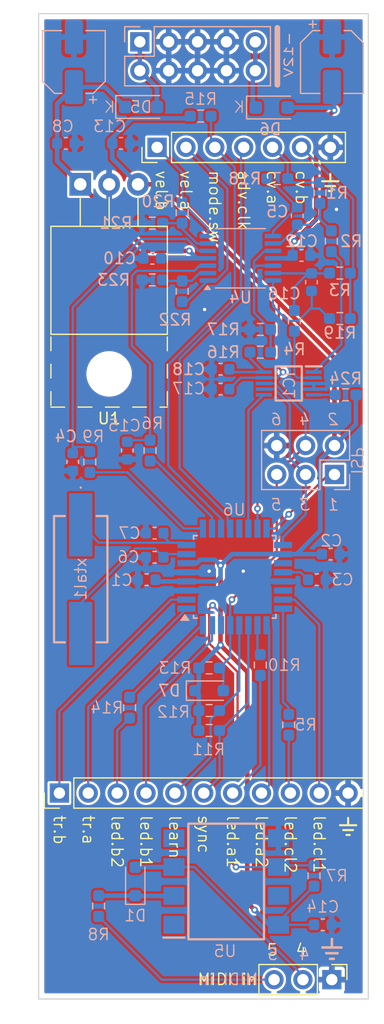
<source format=kicad_pcb>
(kicad_pcb (version 20240108) (generator "pcbnew") (generator_version "8.0")
  (layers (0 "F.Cu" signal) (31 "B.Cu" signal) (34 "B.Paste" user) (35 "F.Paste" user) (36 "B.SilkS" user "B.Silkscreen") (37 "F.SilkS" user "F.Silkscreen") (38 "B.Mask" user) (39 "F.Mask" user) (44 "Edge.Cuts" user))
  (net 0 "")
  (net 1 "GND")
  (net 2 "/SCK")
  (net 3 "/MOSI")
  (net 4 "/RESET")
  (net 5 "/MISO")
  (net 6 "/midi4")
  (net 7 "/midi5")
  (net 8 "/UART_Rx")
  (net 9 "/pwm_vel_A")
  (net 10 "/pwm_vel_b")
  (net 11 "/CS")
  (net 12 "Net-(U6-AREF)")
  (net 13 "/DAC_OUT_A")
  (net 14 "/DAC_OUT_B")
  (net 15 "+12V")
  (net 16 "-12V")
  (net 17 "Net-(D1-K)")
  (net 18 "Net-(U6-XTAL1{slash}PB6)")
  (net 19 "Net-(U6-XTAL2{slash}PB7)")
  (net 20 "Net-(D5-A)")
  (net 21 "Net-(D6-K)")
  (net 22 "5V")
  (net 23 "/CLR_DAC")
  (net 24 "/VREF_DAC")
  (net 25 "Net-(U6-PC1)")
  (net 26 "Net-(U6-PC3)")
  (net 30 "/sync_sw_b")
  (net 31 "/learn_sw_b")
  (net 32 "/led_b2_b")
  (net 33 "/led_a1_b")
  (net 34 "/led_a2_b")
  (net 35 "/led_b1_b")
  (net 36 "/vel_b_b")
  (net 37 "/trig_a_b")
  (net 38 "/vel_a_b")
  (net 39 "/voct_a_b")
  (net 40 "/trig_b_b")
  (net 41 "/voct_b_b")
  (net 42 "/led_cl2_b")
  (net 43 "/seq_mode_sw_b")
  (net 44 "/adv_clock_b")
  (net 45 "/led_cl1_b")
  (net 46 "Net-(U6-PD2)")
  (net 50 "/VREF{slash}2")
  (net 51 "Net-(U4B-+)")
  (net 52 "Net-(U4A-+)")
  (net 53 "Net-(U4B--)")
  (net 54 "Net-(U4A--)")
  (net 55 "Net-(C5-Pad2)")
  (net 56 "Net-(C16-Pad2)")
  (net 57 "Net-(U4C--)")
  (net 58 "Net-(U4D--)")
  (footprint "Connector_PinHeader_2.54mm:PinHeader_1x07_P2.54mm_Vertical" (layer "F.Cu") (at 62.250001 62.45 90)
    (property "Reference" "J13" (hide yes))
    (property "Value" "back top")
  )
  (footprint "Connector_PinHeader_2.54mm:PinHeader_1x11_P2.54mm_Vertical" (layer "F.Cu") (at 53.655 119.2 90)
    (property "Reference" "J11" (hide yes))
    (property "Value" "back bottom")
  )
  (footprint "Connector_PinHeader_2.54mm:PinHeader_1x03_P2.54mm_Vertical" (layer "F.Cu") (at 77.62 135.6 -90)
    (property "Reference" "J10" (hide yes))
    (property "Value" "midi")
  )
  (footprint "Package_TO_SOT_THT:TO-220-3_Horizontal_TabUp" (layer "F.Cu") (at 55.49 65.7)
    (property "Reference" "U1")
    (property "Value" "LM7805_TO220")
  )
  (footprint "Capacitor_SMD:C_0603_1608Metric" (layer "B.Cu") (at 61.33 100.45 180)
    (property "Reference" "C1")
    (property "Value" "100n")
  )
  (footprint "Capacitor_SMD:C_0603_1608Metric" (layer "B.Cu") (at 59.63 89.1 90)
    (property "Reference" "C15")
    (property "Value" "1u")
  )
  (footprint "Capacitor_SMD:C_0603_1608Metric" (layer "B.Cu") (at 77.518835 98.2)
    (property "Reference" "C2")
    (property "Value" "100n")
  )
  (footprint "Resistor_SMD:R_0603_1608Metric_Pad0.98x0.95mm_HandSolder" (layer "B.Cu") (at 64.455 68.2 -90)
    (property "Reference" "R20")
    (property "Value" "33k")
  )
  (footprint "Capacitor_SMD:C_0603_1608Metric" (layer "B.Cu") (at 75.83 74.3 -90)
    (property "Reference" "C16")
    (property "Value" "18p")
  )
  (footprint "Connector_PinHeader_2.54mm:PinHeader_2x03_P2.54mm_Vertical" (layer "B.Cu") (at 77.855 91.2 90)
    (property "Reference" "J2" (hide yes))
    (property "Value" "ISP connector")
  )
  (footprint "Resistor_SMD:R_0603_1608Metric_Pad0.98x0.95mm_HandSolder" (layer "B.Cu") (at 78.33 73.5 180)
    (property "Reference" "R3")
    (property "Value" "240k")
  )
  (footprint "Resistor_SMD:R_0603_1608Metric_Pad0.98x0.95mm_HandSolder" (layer "B.Cu") (at 66.08 59.7 180)
    (property "Reference" "R15")
    (property "Value" "10k")
  )
  (footprint "Diode_SMD:D_SOD-323_HandSoldering" (layer "B.Cu") (at 66.83 110.2)
    (property "Reference" "D7")
    (property "Value" "1N4148")
  )
  (footprint "Resistor_SMD:R_0603_1608Metric_Pad0.98x0.95mm_HandSolder" (layer "B.Cu") (at 76.055 126.47 -90)
    (property "Reference" "R7")
    (property "Value" "1k")
  )
  (footprint "Resistor_SMD:R_0603_1608Metric_Pad0.98x0.95mm_HandSolder" (layer "B.Cu") (at 61.83 69.1125 180)
    (property "Reference" "R21")
    (property "Value" "56k")
  )
  (footprint "Capacitor_SMD:C_0603_1608Metric" (layer "B.Cu") (at 61.83 72.2 180)
    (property "Reference" "C10")
    (property "Value" "100n")
  )
  (footprint "Capacitor_SMD:CP_Elec_5x5.4" (layer "B.Cu") (at 77.63 54.95 -90)
    (property "Reference" "C11" (hide yes))
    (property "Value" "10u")
  )
  (footprint "Capacitor_SMD:C_0603_1608Metric" (layer "B.Cu") (at 67.83 83.7 180)
    (property "Reference" "C17")
    (property "Value" "1u")
  )
  (footprint "Capacitor_SMD:C_0603_1608Metric" (layer "B.Cu") (at 76.83 130.78)
    (property "Reference" "C14")
    (property "Value" "100n")
  )
  (footprint "Resistor_SMD:R_0603_1608Metric_Pad0.98x0.95mm_HandSolder" (layer "B.Cu") (at 66.83 113.7)
    (property "Reference" "R11")
    (property "Value" "10k")
  )
  (footprint "Capacitor_SMD:C_0603_1608Metric" (layer "B.Cu") (at 54.23 62.1)
    (property "Reference" "C8")
    (property "Value" "0.33u")
  )
  (footprint "Capacitor_SMD:C_0603_1608Metric" (layer "B.Cu") (at 74.58 68.475 90)
    (property "Reference" "C5")
    (property "Value" "18p")
  )
  (footprint "Resistor_SMD:R_0603_1608Metric_Pad0.98x0.95mm_HandSolder" (layer "B.Cu") (at 71.33 78.45)
    (property "Reference" "R17")
    (property "Value" "47k")
  )
  (footprint "Capacitor_SMD:C_0603_1608Metric" (layer "B.Cu") (at 59.08 62.1)
    (property "Reference" "C13")
    (property "Value" "0.1u")
  )
  (footprint "Resistor_SMD:R_0603_1608Metric_Pad0.98x0.95mm_HandSolder" (layer "B.Cu") (at 74.33 77.7 -90)
    (property "Reference" "R4")
    (property "Value" "47k")
  )
  (footprint "Resistor_SMD:R_0603_1608Metric_Pad0.98x0.95mm_HandSolder" (layer "B.Cu") (at 61.63 89.1 90)
    (property "Reference" "R6")
    (property "Value" "10k")
  )
  (footprint "Resistor_SMD:R_0603_1608Metric_Pad0.98x0.95mm_HandSolder" (layer "B.Cu") (at 57.105 129.1325 90)
    (property "Reference" "R8")
    (property "Value" "220R")
  )
  (footprint "Package_QFP:TQFP-32_7x7mm_P0.8mm" (layer "B.Cu") (at 69.08 100.2)
    (property "Reference" "U6")
    (property "Value" "ATmega328-A")
  )
  (footprint "Resistor_SMD:R_0603_1608Metric_Pad0.98x0.95mm_HandSolder" (layer "B.Cu") (at 71.33 107.95 -90)
    (property "Reference" "R10")
    (property "Value" "220R")
  )
  (footprint "Capacitor_SMD:C_0603_1608Metric" (layer "B.Cu") (at 67.83 81.95 180)
    (property "Reference" "C18")
    (property "Value" "150n")
  )
  (footprint "Resistor_SMD:R_0603_1608Metric_Pad0.98x0.95mm_HandSolder" (layer "B.Cu") (at 71.33 80.45 180)
    (property "Reference" "R16")
    (property "Value" "47k")
  )
  (footprint "Resistor_SMD:R_0603_1608Metric_Pad0.98x0.95mm_HandSolder" (layer "B.Cu") (at 78.83 84.2 180)
    (property "Reference" "R24")
    (property "Value" "10k")
  )
  (footprint "Resistor_SMD:R_0603_1608Metric_Pad0.98x0.95mm_HandSolder" (layer "B.Cu") (at 77.58 70.7 -90)
    (property "Reference" "R2")
    (property "Value" "47k")
  )
  (footprint "Capacitor_SMD:C_0603_1608Metric" (layer "B.Cu") (at 54.83 90.1 90)
    (property "Reference" "C4")
    (property "Value" "1u")
  )
  (footprint "Resistor_SMD:R_0603_1608Metric_Pad0.98x0.95mm_HandSolder" (layer "B.Cu") (at 72.83 65.2 180)
    (property "Reference" "R18")
    (property "Value" "1k")
  )
  (footprint "Diode_SMD:D_SOD-123F" (layer "B.Cu") (at 72.33 58.95)
    (property "Reference" "D6")
    (property "Value" "rpp diode")
  )
  (footprint "Capacitor_SMD:C_0603_1608Metric" (layer "B.Cu") (at 62.030379 96.35736 180)
    (property "Reference" "C7")
    (property "Value" "18p")
  )
  (footprint "SamacSys_Parts:SOP254P1005X465-8N" (layer "B.Cu") (at 68.33 126.97)
    (property "Reference" "U5")
    (property "Value" "6N137" (hide yes))
  )
  (footprint "Diode_SMD:D_SOD-323_HandSoldering" (layer "B.Cu") (at 60.33 126.97 90)
    (property "Reference" "D1")
    (property "Value" "1N4148")
  )
  (footprint "Resistor_SMD:R_0603_1608Metric_Pad0.98x0.95mm_HandSolder" (layer "B.Cu") (at 64.455 75.1 90)
    (property "Reference" "R22")
    (property "Value" "33k")
  )
  (footprint "Capacitor_SMD:CP_Elec_5x5.4" (layer "B.Cu") (at 54.93 54.95 90)
    (property "Reference" "C9" (hide yes))
    (property "Value" "10u")
  )
  (footprint "Resistor_SMD:R_0603_1608Metric_Pad0.98x0.95mm_HandSolder" (layer "B.Cu") (at 66.83 108.2 180)
    (property "Reference" "R13")
    (property "Value" "10k")
  )
  (footprint "Resistor_SMD:R_0603_1608Metric_Pad0.98x0.95mm_HandSolder" (layer "B.Cu") (at 66.83 111.95)
    (property "Reference" "R12")
    (property "Value" "10k")
  )
  (footprint "Capacitor_SMD:C_0603_1608Metric" (layer "B.Cu") (at 74.955 71.95 180)
    (property "Reference" "C12")
    (property "Value" "100n")
  )
  (footprint "Capacitor_SMD:C_0603_1608Metric" (layer "B.Cu") (at 62.030379 98.47868 180)
    (property "Reference" "C6")
    (property "Value" "18p")
  )
  (footprint "SamacSys_Parts:SOP50P490X110-10N" (layer "B.Cu") (at 73.83 83.2 180)
    (property "Reference" "IC1")
    (property "Value" "DAC8562SDGSR" (hide yes))
  )
  (footprint "Resistor_SMD:R_0603_1608Metric_Pad0.98x0.95mm_HandSolder" (layer "B.Cu") (at 73.83 113.2 -90)
    (property "Reference" "R5")
    (property "Value" "220R")
  )
  (footprint "Diode_SMD:D_SOD-123F" (layer "B.Cu") (at 60.83 58.9)
    (property "Reference" "D5")
    (property "Value" "rpp diode")
  )
  (footprint "Connector_PinHeader_2.54mm:PinHeader_2x05_P2.54mm_Vertical" (layer "B.Cu") (at 60.73 53.175 -90)
    (property "Reference" "J1" (hide yes))
    (property "Value" "PWR_IN")
  )
  (footprint "Resistor_SMD:R_0603_1608Metric_Pad0.98x0.95mm_HandSolder" (layer "B.Cu") (at 61.83 74.1 180)
    (property "Reference" "R23")
    (property "Value" "56k")
  )
  (footprint "Capacitor_SMD:C_0603_1608Metric" (layer "B.Cu") (at 76.305 100.45)
    (property "Reference" "C3")
    (property "Value" "100n")
  )
  (footprint "Resistor_SMD:R_0603_1608Metric_Pad0.98x0.95mm_HandSolder" (layer "B.Cu") (at 56.33 90.1 90)
    (property "Reference" "R9")
    (property "Value" "10k")
  )
  (footprint "SamacSys_Parts:XT9M20ANA20M" (layer "B.Cu") (at 55.531992 100.401992 -90)
    (property "Reference" "xtal1")
    (property "Value" "16MHz" (hide yes))
  )
  (footprint "Package_SO:TSSOP-14_4.4x5mm_P0.65mm" (layer "B.Cu") (at 69.58 72.2)
    (property "Reference" "U4")
    (property "Value" "OPA4196xD")
  )
  (footprint "Resistor_SMD:R_0603_1608Metric_Pad0.98x0.95mm_HandSolder" (layer "B.Cu") (at 76.58 66.45 -90)
    (property "Reference" "R1")
    (property "Value" "240k")
  )
  (footprint "Resistor_SMD:R_0603_1608Metric_Pad0.98x0.95mm_HandSolder" (layer "B.Cu") (at 78.33 77.5 180)
    (property "Reference" "R19")
    (property "Value" "1k")
  )
  (footprint "Resistor_SMD:R_0603_1608Metric_Pad0.98x0.95mm_HandSolder" (layer "B.Cu") (at 59.83 111.7 -90)
    (property "Reference" "R14")
    (property "Value" "220R")
  )
  (gr_line (start 72.83 56.95) (end 72.83 51.95) (stroke (width 0.5) (type dash)) (layer "B.SilkS"))
  (gr_rect (start 51.83 50.7) (end 80.83 137.3) (stroke (width 0.1)) (fill none) (layer "Edge.Cuts"))
  (gr_text "6" (at 73.33 86.95 0) (layer "B.SilkS") (effects (font (size 1 1) (thickness 0.125) (italic yes)) (justify left bottom mirror)))
  (gr_text "MIDI in" (at 68.53 135.575 0) (layer "B.SilkS") (effects (font (size 1 1) (thickness 0.125)) (justify mirror)))
  (gr_text "1" (at 78.33 94.45 0) (layer "B.SilkS") (effects (font (size 1 1) (thickness 0.125) (italic yes)) (justify left bottom mirror)))
  (gr_text "K" (at 58.63 59.5 0) (layer "B.SilkS") (effects (font (size 1 1) (thickness 0.1)) (justify left bottom mirror)))
  (gr_text "5" (at 72.43 133.375 0) (layer "B.SilkS") (effects (font (size 1 1) (thickness 0.125)) (justify mirror)))
  (gr_text "4" (at 75.83 86.95 0) (layer "B.SilkS") (effects (font (size 1 1) (thickness 0.125) (italic yes)) (justify left bottom mirror)))
  (gr_text "K" (at 70.03 59.5 0) (layer "B.SilkS") (effects (font (size 1 1) (thickness 0.1)) (justify left bottom mirror)))
  (gr_text "ISP" (at 79.23 91.278994 -90) (layer "B.SilkS") (effects (font (size 1 1) (thickness 0.125)) (justify left bottom mirror)))
  (gr_text "-12V" (at 73.83 54.3 90) (layer "B.SilkS") (effects (font (size 0.75 1) (thickness 0.125)) (justify mirror)))
  (gr_text "5" (at 73.33 94.45 0) (layer "B.SilkS") (effects (font (size 1 1) (thickness 0.125) (italic yes)) (justify left bottom mirror)))
  (gr_text "⏚" (at 77.63 132.975 0) (layer "B.SilkS") (effects (font (size 1.75 1.75) (thickness 0.21875))))
  (gr_text "2" (at 78.33 86.95 0) (layer "B.SilkS") (effects (font (size 1 1) (thickness 0.125) (italic yes)) (justify left bottom mirror)))
  (gr_text "4" (at 75.213369 133.375 0) (layer "B.SilkS") (effects (font (size 1 1) (thickness 0.125)) (justify mirror)))
  (gr_text "3" (at 75.83 94.45 0) (layer "B.SilkS") (effects (font (size 1 1) (thickness 0.125) (italic yes)) (justify left bottom mirror)))
  (gr_text "cv.b" (at 74.950001 65.980952 270) (layer "F.SilkS") (effects (font (size 1 1) (thickness 0.125))))
  (gr_text "led.a2" (at 71.435001 123.461905 -90) (layer "F.SilkS") (effects (font (size 1 1) (thickness 0.125))))
  (gr_text "⏚" (at 77.490001 65.6 -0) (layer "F.SilkS") (effects (font (size 1.5 1.5) (thickness 0.1875))))
  (gr_text "MIDI in" (at 68.43 135.575 0) (layer "F.SilkS") (effects (font (size 1 1) (thickness 0.125))))
  (gr_text "tr.a" (at 56.195 122.438095 -90) (layer "F.SilkS") (effects (font (size 1 1) (thickness 0.125))))
  (gr_text "adv.clk" (at 69.870001 67.1 -90) (layer "F.SilkS") (effects (font (size 1 1) (thickness 0.125))))
  (gr_text "led.cl2" (at 73.975 123.7 -90) (layer "F.SilkS") (effects (font (size 1 1) (thickness 0.125))))
  (gr_text "led.a1" (at 68.895 123.461905 -90) (layer "F.SilkS") (effects (font (size 1 1) (thickness 0.125))))
  (gr_text "4" (at 74.922335 132.985845 0) (layer "F.SilkS") (effects (font (size 1 1) (thickness 0.125))))
  (gr_text "cv.a" (at 72.410001 65.980952 -90) (layer "F.SilkS") (effects (font (size 1 1) (thickness 0.125))))
  (gr_text "led.cl1" (at 76.515 123.7 -90) (layer "F.SilkS") (effects (font (size 1 1) (thickness 0.125))))
  (gr_text "vel.b" (at 62.63 66.242857 -90) (layer "F.SilkS") (effects (font (size 1 1) (thickness 0.125))))
  (gr_text "vel.a" (at 64.790001 66.242857 -90) (layer "F.SilkS") (effects (font (size 1 1) (thickness 0.125))))
  (gr_text "mode.sw" (at 67.33 67.647618 -90) (layer "F.SilkS") (effects (font (size 1 1) (thickness 0.125))))
  (gr_text "5" (at 72.382335 132.985845 0) (layer "F.SilkS") (effects (font (size 1 1) (thickness 0.125))))
  (gr_text "sync" (at 66.355 122.819048 -90) (layer "F.SilkS") (effects (font (size 1 1) (thickness 0.125))))
  (gr_text "tr.b" (at 53.655 122.438095 -90) (layer "F.SilkS") (effects (font (size 1 1) (thickness 0.125))))
  (gr_text "⏚" (at 77.63 132.975 0) (layer "F.SilkS") (effects (font (size 1.75 1.75) (thickness 0.21875))))
  (gr_text "led.b1" (at 61.275 123.461905 -90) (layer "F.SilkS") (effects (font (size 1 1) (thickness 0.125))))
  (gr_text "learn" (at 63.815 123.057143 -90) (layer "F.SilkS") (effects (font (size 1 1) (thickness 0.125))))
  (gr_text "led.b2" (at 58.734999 123.461905 -90) (layer "F.SilkS") (effects (font (size 1 1) (thickness 0.125))))
  (gr_text "⏚" (at 79.055 122.2 -0) (layer "F.SilkS") (effects (font (size 1.5 1.5) (thickness 0.1875))))
  (via (at 66.83 99.7) (size 0.6) (drill 0.3) (layers "F.Cu" "B.Cu") (net 1))
  (via (at 78.03 67.9) (size 0.6) (drill 0.3) (layers "F.Cu" "B.Cu") (net 1))
  (via (at 66.43 76.7) (size 0.6) (drill 0.3) (layers "F.Cu" "B.Cu") (net 1))
  (via (at 69.83 99.7) (size 0.6) (drill 0.3) (layers "F.Cu" "B.Cu") (net 1))
  (segment (start 73.925 89.81) (end 73.925 85.045) (width 0.2) (layer "B.Cu") (net 2))
  (segment (start 72.579999 83.699999) (end 71.63 83.699999) (width 0.2) (layer "B.Cu") (net 2))
  (segment (start 73.33 96.7) (end 75.33 94.7) (width 0.2) (layer "B.Cu") (net 2))
  (segment (start 75.315 91.2) (end 73.925 89.81) (width 0.2) (layer "B.Cu") (net 2))
  (segment (start 73.33 97.4) (end 73.33 96.7) (width 0.2) (layer "B.Cu") (net 2))
  (segment (start 73.925 85.045) (end 72.579999 83.699999) (width 0.2) (layer "B.Cu") (net 2))
  (segment (start 75.33 94.7) (end 75.33 91.215) (width 0.2) (layer "B.Cu") (net 2))
  (segment (start 72.298654 90.05) (end 71.08 91.268654) (width 0.2) (layer "F.Cu") (net 3))
  (segment (start 71.08 91.268654) (end 71.08 94.2) (width 0.2) (layer "F.Cu") (net 3))
  (segment (start 75.315 88.66) (end 73.925 90.05) (width 0.2) (layer "F.Cu") (net 3))
  (segment (start 73.925 90.05) (end 72.298654 90.05) (width 0.2) (layer "F.Cu") (net 3))
  (via (at 71.08 94.2) (size 0.6) (drill 0.3) (layers "F.Cu" "B.Cu") (net 3))
  (segment (start 75.315 85.934999) (end 72.580001 83.2) (width 0.2) (layer "B.Cu") (net 3))
  (segment (start 72.580001 83.2) (end 71.63 83.2) (width 0.2) (layer "B.Cu") (net 3))
  (segment (start 75.315 88.66) (end 75.315 85.934999) (width 0.2) (layer "B.Cu") (net 3))
  (segment (start 71.08 95.95) (end 71.08 94.2) (width 0.2) (layer "B.Cu") (net 3))
  (segment (start 72.775 91.2) (end 72.775 98.255) (width 0.2) (layer "F.Cu") (net 4))
  (segment (start 72.775 98.255) (end 68.83 102.2) (width 0.2) (layer "F.Cu") (net 4))
  (via (at 68.83 102.2) (size 0.6) (drill 0.3) (layers "F.Cu" "B.Cu") (net 4))
  (segment (start 68.68 104.45) (end 68.68 102.35) (width 0.2) (layer "B.Cu") (net 4))
  (segment (start 68.68 107.2625) (end 68.68 104.45) (width 0.2) (layer "B.Cu") (net 4))
  (segment (start 68.079999 110.2) (end 68.079999 108.537499) (width 0.2) (layer "B.Cu") (net 4))
  (segment (start 68.68 102.35) (end 68.83 102.2) (width 0.2) (layer "B.Cu") (net 4))
  (segment (start 67.7425 108.2) (end 68.68 107.2625) (width 0.2) (layer "B.Cu") (net 4))
  (segment (start 77.33 91.2) (end 73.83 94.7) (width 0.2) (layer "F.Cu") (net 5))
  (via (at 73.83 94.7) (size 0.6) (drill 0.3) (layers "F.Cu" "B.Cu") (net 5))
  (segment (start 72.58 95.95) (end 73.83 94.7) (width 0.2) (layer "B.Cu") (net 5))
  (segment (start 71.88 95.95) (end 72.58 95.95) (width 0.2) (layer "B.Cu") (net 5))
  (segment (start 65.53 125.7) (end 75.08 135.25) (width 0.2) (layer "B.Cu") (net 6))
  (segment (start 75.08 135.25) (end 75.08 135.6) (width 0.2) (layer "B.Cu") (net 6))
  (segment (start 63.73 125.7) (end 60.35 125.7) (width 0.4) (layer "B.Cu") (net 6))
  (segment (start 63.73 125.7) (end 65.53 125.7) (width 0.2) (layer "B.Cu") (net 6))
  (segment (start 62.66 135.6) (end 72.54 135.6) (width 0.2) (layer "B.Cu") (net 7))
  (segment (start 57.105 130.045) (end 62.66 135.6) (width 0.2) (layer "B.Cu") (net 7))
  (segment (start 67.745 124.25) (end 67.745 118.723654) (width 0.2) (layer "F.Cu") (net 8))
  (segment (start 69.33 117.138654) (end 69.33 108.548529) (width 0.2) (layer "F.Cu") (net 8))
  (segment (start 69.33 108.548529) (end 66.83 106.048529) (width 0.2) (layer "F.Cu") (net 8))
  (segment (start 69.195 125.7) (end 67.745 124.25) (width 0.2) (layer "F.Cu") (net 8))
  (segment (start 66.83 103) (end 67.13 102.7) (width 0.2) (layer "F.Cu") (net 8))
  (segment (start 67.745 118.723654) (end 69.33 117.138654) (width 0.2) (layer "F.Cu") (net 8))
  (segment (start 66.83 106.048529) (end 66.83 103) (width 0.2) (layer "F.Cu") (net 8))
  (via (at 69.195 125.7) (size 0.6) (drill 0.3) (layers "F.Cu" "B.Cu") (net 8))
  (via (at 67.13 102.7) (size 0.6) (drill 0.3) (layers "F.Cu" "B.Cu") (net 8))
  (segment (start 67.13 102.7) (end 67.88 103.45) (width 0.2) (layer "B.Cu") (net 8))
  (segment (start 69.195 125.7) (end 72.93 125.7) (width 0.2) (layer "B.Cu") (net 8))
  (segment (start 73.2025 125.5575) (end 76.055 125.5575) (width 0.2) (layer "B.Cu") (net 8))
  (segment (start 67.88 103.45) (end 67.88 104.45) (width 0.2) (layer "B.Cu") (net 8))
  (segment (start 67.08 95.95) (end 67.08 94.95) (width 0.2) (layer "B.Cu") (net 9))
  (segment (start 62.1425 90.0125) (end 61.63 90.0125) (width 0.2) (layer "B.Cu") (net 9))
  (segment (start 67.08 94.95) (end 62.1425 90.0125) (width 0.2) (layer "B.Cu") (net 9))
  (segment (start 66.28 95.95) (end 64.58 95.95) (width 0.2) (layer "B.Cu") (net 10))
  (segment (start 64.58 95.95) (end 59.6425 91.0125) (width 0.2) (layer "B.Cu") (net 10))
  (segment (start 59.6425 91.0125) (end 56.33 91.0125) (width 0.2) (layer "B.Cu") (net 10))
  (segment (start 70.28 95.95) (end 70.28 85.55) (width 0.2) (layer "B.Cu") (net 11))
  (segment (start 70.28 85.55) (end 71.63 84.2) (width 0.2) (layer "B.Cu") (net 11))
  (segment (start 75.53 100.45) (end 74.88 99.8) (width 0.2) (layer "B.Cu") (net 12))
  (segment (start 74.88 99.8) (end 73.33 99.8) (width 0.2) (layer "B.Cu") (net 12))
  (segment (start 78.455 75.983278) (end 78.448415 75.976693) (width 0.2) (layer "B.Cu") (net 13))
  (segment (start 78.448415 73.673307) (end 78.455 73.666722) (width 0.2) (layer "B.Cu") (net 13))
  (segment (start 76.03 82.2) (end 78.455 79.775) (width 0.2) (layer "B.Cu") (net 13))
  (segment (start 78.448415 75.976693) (end 78.448415 73.673307) (width 0.2) (layer "B.Cu") (net 13))
  (segment (start 78.455 72.4875) (end 77.58 71.6125) (width 0.2) (layer "B.Cu") (net 13))
  (segment (start 78.455 73.666722) (end 78.455 72.4875) (width 0.2) (layer "B.Cu") (net 13))
  (segment (start 78.455 79.775) (end 78.455 75.983278) (width 0.2) (layer "B.Cu") (net 13))
  (segment (start 74.580001 82.700001) (end 76.03 82.700001) (width 0.2) (layer "B.Cu") (net 14))
  (segment (start 74.33 82.45) (end 74.580001 82.700001) (width 0.2) (layer "B.Cu") (net 14))
  (segment (start 74.33 78.6125) (end 74.33 82.45) (width 0.2) (layer "B.Cu") (net 14))
  (segment (start 55.49 65.7) (end 61.34 71.55) (width 0.4) (layer "F.Cu") (net 15))
  (segment (start 61.34 71.55) (end 65.08 71.55) (width 0.4) (layer "F.Cu") (net 15))
  (via (at 65.08 71.55) (size 0.6) (drill 0.3) (layers "F.Cu" "B.Cu") (net 15))
  (segment (start 53.455 63.665) (end 55.49 65.7) (width 0.4) (layer "B.Cu") (net 15))
  (segment (start 66.7175 72.2) (end 62.605 72.2) (width 0.4) (layer "B.Cu") (net 15))
  (segment (start 54.93 57.15) (end 57.68 57.15) (width 0.4) (layer "B.Cu") (net 15))
  (segment (start 65.73 72.2) (end 65.08 71.55) (width 0.4) (layer "B.Cu") (net 15))
  (segment (start 53.455 62.1) (end 53.455 63.665) (width 0.4) (layer "B.Cu") (net 15))
  (segment (start 53.455 58.625) (end 54.93 57.15) (width 0.4) (layer "B.Cu") (net 15))
  (segment (start 53.455 62.1) (end 53.455 58.625) (width 0.4) (layer "B.Cu") (net 15))
  (segment (start 66.7175 72.2) (end 65.73 72.2) (width 0.4) (layer "B.Cu") (net 15))
  (segment (start 57.68 57.15) (end 59.43 58.9) (width 0.4) (layer "B.Cu") (net 15))
  (segment (start 76.240001 60.789999) (end 76.240001 68.789999) (width 0.4) (layer "F.Cu") (net 16))
  (segment (start 77.83 59.2) (end 76.240001 60.789999) (width 0.4) (layer "F.Cu") (net 16))
  (segment (start 76.240001 68.789999) (end 74.33 70.7) (width 0.4) (layer "F.Cu") (net 16))
  (via (at 77.83 59.2) (size 0.6) (drill 0.3) (layers "F.Cu" "B.Cu") (net 16))
  (via (at 74.33 70.7) (size 0.6) (drill 0.3) (layers "F.Cu" "B.Cu") (net 16))
  (segment (start 77.83 59.2) (end 77.83 57.35) (width 0.4) (layer "B.Cu") (net 16))
  (segment (start 72.4425 72.2) (end 73.93 72.2) (width 0.4) (layer "B.Cu") (net 16))
  (segment (start 77.58 58.95) (end 77.83 59.2) (width 0.4) (layer "B.Cu") (net 16))
  (segment (start 74.18 71.95) (end 74.18 70.85) (width 0.2) (layer "B.Cu") (net 16))
  (segment (start 74.18 70.85) (end 74.33 70.7) (width 0.2) (layer "B.Cu") (net 16))
  (segment (start 73.98 58.95) (end 77.58 58.95) (width 0.4) (layer "B.Cu") (net 16))
  (segment (start 73.93 72.2) (end 74.18 71.95) (width 0.4) (layer "B.Cu") (net 16))
  (segment (start 63.73 128.24) (end 60.35 128.24) (width 0.4) (layer "B.Cu") (net 17))
  (segment (start 60.33 128.22) (end 57.105 128.22) (width 0.4) (layer "B.Cu") (net 17))
  (segment (start 64.83 98.2) (end 63.084059 98.2) (width 0.2) (layer "B.Cu") (net 18))
  (segment (start 62.026699 97.7) (end 60.33 97.7) (width 0.2) (layer "B.Cu") (net 18))
  (segment (start 55.531992 102.498008) (end 55.531992 105.176992) (width 0.2) (layer "B.Cu") (net 18))
  (segment (start 62.805379 98.47868) (end 62.026699 97.7) (width 0.2) (layer "B.Cu") (net 18))
  (segment (start 60.33 97.7) (end 55.531992 102.498008) (width 0.2) (layer "B.Cu") (net 18))
  (segment (start 55.531992 95.626992) (end 57.105 97.2) (width 0.2) (layer "B.Cu") (net 19))
  (segment (start 57.105 97.2) (end 64.63 97.2) (width 0.2) (layer "B.Cu") (net 19))
  (segment (start 63.354621 97.2) (end 62.805379 96.650758) (width 0.2) (layer "B.Cu") (net 19))
  (segment (start 64.63 97.2) (end 63.354621 97.2) (width 0.2) (layer "B.Cu") (net 19))
  (segment (start 64.63 97.2) (end 64.83 97.4) (width 0.2) (layer "B.Cu") (net 19))
  (segment (start 62.23 58.9) (end 62.23 57.215) (width 0.4) (layer "B.Cu") (net 20))
  (segment (start 60.73 55.715) (end 60.73 53.175) (width 0.4) (layer "B.Cu") (net 20))
  (segment (start 62.23 57.215) (end 60.73 55.715) (width 0.4) (layer "B.Cu") (net 20))
  (segment (start 70.89 55.715) (end 70.89 53.175) (width 0.4) (layer "B.Cu") (net 21))
  (segment (start 70.665 58.935) (end 70.665 55.94) (width 0.4) (layer "B.Cu") (net 21))
  (segment (start 70.665 55.94) (end 70.89 55.715) (width 0.4) (layer "B.Cu") (net 21))
  (segment (start 70.185 108.555) (end 67.83 106.2) (width 0.4) (layer "F.Cu") (net 22))
  (segment (start 62.58 65.7) (end 73.205 76.325) (width 0.4) (layer "F.Cu") (net 22))
  (segment (start 70.83 129.47) (end 70.185 128.825) (width 0.4) (layer "F.Cu") (net 22))
  (segment (start 67.83 106.2) (end 67.83 99.2) (width 0.4) (layer "F.Cu") (net 22))
  (segment (start 77.855 80.975) (end 77.855 88.66) (width 0.4) (layer "F.Cu") (net 22))
  (segment (start 73.205 76.325) (end 77.855 80.975) (width 0.4) (layer "F.Cu") (net 22))
  (segment (start 70.185 128.825) (end 70.185 108.555) (width 0.4) (layer "F.Cu") (net 22))
  (segment (start 60.569999 65.7) (end 62.58 65.7) (width 0.4) (layer "F.Cu") (net 22))
  (segment (start 73.33 82.2) (end 72.955 81.825) (width 0.2) (layer "F.Cu") (net 22))
  (segment (start 72.955 81.825) (end 72.955 76.075) (width 0.2) (layer "F.Cu") (net 22))
  (segment (start 72.955 76.075) (end 73.205 76.325) (width 0.4) (layer "F.Cu") (net 22))
  (via (at 67.83 106.2) (size 0.6) (drill 0.3) (layers "F.Cu" "B.Cu") (net 22))
  (via (at 70.83 129.47) (size 0.6) (drill 0.3) (layers "F.Cu" "B.Cu") (net 22))
  (via (at 73.33 82.2) (size 0.6) (drill 0.3) (layers "F.Cu" "B.Cu") (net 22))
  (via (at 67.83 99.2) (size 0.6) (drill 0.3) (layers "F.Cu" "B.Cu") (net 22))
  (segment (start 74.53 98.2) (end 73.33 98.2) (width 0.4) (layer "B.Cu") (net 22))
  (segment (start 58.305 62.1) (end 58.305 63.435001) (width 0.4) (layer "B.Cu") (net 22))
  (segment (start 71.63 82.700001) (end 69.604999 82.700001) (width 0.2) (layer "B.Cu") (net 22))
  (segment (start 65.9175 109.862501) (end 65.580001 110.2) (width 0.4) (layer "B.Cu") (net 22))
  (segment (start 67.83 100.2) (end 67.83 99.2) (width 0.4) (layer "B.Cu") (net 22))
  (segment (start 60.03 59.9) (end 58.23 61.7) (width 0.4) (layer "B.Cu") (net 22))
  (segment (start 76.055 127.3825) (end 72.93 130.5075) (width 0.2) (layer "B.Cu") (net 22))
  (segment (start 58.305 63.435001) (end 60.569999 65.7) (width 0.4) (layer "B.Cu") (net 22))
  (segment (start 73.33 98.2) (end 68.83 98.2) (width 0.4) (layer "B.Cu") (net 22))
  (segment (start 73.33 82.2) (end 72.829999 82.700001) (width 0.2) (layer "B.Cu") (net 22))
  (segment (start 79.7425 86.7725) (end 77.855 88.66) (width 0.4) (layer "B.Cu") (net 22))
  (segment (start 76.055 130.78) (end 72.93 130.78) (width 0.2) (layer "B.Cu") (net 22))
  (segment (start 65.9175 111.95) (end 65.9175 110.537499) (width 0.4) (layer "B.Cu") (net 22))
  (segment (start 64.83 100.6) (end 67.43 100.6) (width 0.4) (layer "B.Cu") (net 22))
  (segment (start 72.829999 82.700001) (end 71.63 82.700001) (width 0.2) (layer "B.Cu") (net 22))
  (segment (start 67.43 100.6) (end 67.83 100.2) (width 0.4) (layer "B.Cu") (net 22))
  (segment (start 65.73 99) (end 66.03 98.7) (width 0.4) (layer "B.Cu") (net 22))
  (segment (start 62.255 100.6) (end 64.83 100.6) (width 0.4) (layer "B.Cu") (net 22))
  (segment (start 65.9175 108.1125) (end 67.83 106.2) (width 0.4) (layer "B.Cu") (net 22))
  (segment (start 64.83 99) (end 65.73 99) (width 0.4) (layer "B.Cu") (net 22))
  (segment (start 72.14 130.78) (end 72.93 130.78) (width 0.4) (layer "B.Cu") (net 22))
  (segment (start 76.605 96.125) (end 74.53 98.2) (width 0.4) (layer "B.Cu") (net 22))
  (segment (start 79.7425 84.2) (end 79.7425 86.7725) (width 0.4) (layer "B.Cu") (net 22))
  (segment (start 68.83 98.2) (end 67.83 99.2) (width 0.4) (layer "B.Cu") (net 22))
  (segment (start 69.604999 82.700001) (end 68.605 83.7) (width 0.2) (layer "B.Cu") (net 22))
  (segment (start 67.33 98.7) (end 67.83 99.2) (width 0.4) (layer "B.Cu") (net 22))
  (segment (start 64.9675 59.9) (end 60.03 59.9) (width 0.4) (layer "B.Cu") (net 22))
  (segment (start 65.9175 108.2) (end 65.9175 109.862501) (width 0.4) (layer "B.Cu") (net 22))
  (segment (start 70.83 129.47) (end 72.14 130.78) (width 0.4) (layer "B.Cu") (net 22))
  (segment (start 73.33 98.2) (end 76.743835 98.2) (width 0.4) (layer "B.Cu") (net 22))
  (segment (start 66.03 98.7) (end 67.33 98.7) (width 0.4) (layer "B.Cu") (net 22))
  (segment (start 65.9175 113.7) (end 65.9175 111.95) (width 0.4) (layer "B.Cu") (net 22))
  (segment (start 76.605 89.91) (end 76.605 96.125) (width 0.4) (layer "B.Cu") (net 22))
  (segment (start 77.855 88.66) (end 76.605 89.91) (width 0.4) (layer "B.Cu") (net 22))
  (segment (start 65.9175 110.537499) (end 65.580001 110.2) (width 0.4) (layer "B.Cu") (net 22))
  (segment (start 76.03 84.2) (end 77.9175 84.2) (width 0.2) (layer "B.Cu") (net 23))
  (segment (start 70.4175 80.9875) (end 70.4175 80.45) (width 0.2) (layer "B.Cu") (net 24))
  (segment (start 71.63 82.2) (end 70.4175 80.9875) (width 0.2) (layer "B.Cu") (net 24))
  (segment (start 71.63 82.2) (end 68.855 82.2) (width 0.2) (layer "B.Cu") (net 24))
  (segment (start 73.33 103) (end 73.33 111.2) (width 0.2) (layer "B.Cu") (net 25))
  (segment (start 73.33 111.2) (end 73.83 111.7) (width 0.2) (layer "B.Cu") (net 25))
  (segment (start 73.83 111.7) (end 73.83 112.2875) (width 0.2) (layer "B.Cu") (net 25))
  (segment (start 71.08 106.7875) (end 71.08 104.45) (width 0.2) (layer "B.Cu") (net 26))
  (segment (start 70.28 104.45) (end 70.28 111.25) (width 0.2) (layer "B.Cu") (net 30))
  (segment (start 67.7425 113.7) (end 67.7425 117.8125) (width 0.2) (layer "B.Cu") (net 30))
  (segment (start 70.28 111.25) (end 67.83 113.7) (width 0.2) (layer "B.Cu") (net 30))
  (segment (start 67.7425 117.8125) (end 66.355 119.2) (width 0.2) (layer "B.Cu") (net 30))
  (segment (start 66.955 112.7375) (end 67.7425 111.95) (width 0.2) (layer "B.Cu") (net 31))
  (segment (start 66.955 116.06) (end 66.955 112.7375) (width 0.2) (layer "B.Cu") (net 31))
  (segment (start 69.48 104.45) (end 69.48 110.2125) (width 0.2) (layer "B.Cu") (net 31))
  (segment (start 69.48 110.2125) (end 67.7425 111.95) (width 0.2) (layer "B.Cu") (net 31))
  (segment (start 63.815 119.2) (end 66.955 116.06) (width 0.2) (layer "B.Cu") (net 31))
  (segment (start 58.734999 119.2) (end 58.734999 113.707501) (width 0.2) (layer "B.Cu") (net 32))
  (segment (start 58.734999 113.707501) (end 59.83 112.6125) (width 0.2) (layer "B.Cu") (net 32))
  (segment (start 71.33 116.765) (end 68.895 119.2) (width 0.2) (layer "B.Cu") (net 33))
  (segment (start 71.33 108.8625) (end 71.33 116.765) (width 0.2) (layer "B.Cu") (net 33))
  (segment (start 71.88 104.45) (end 72.105 104.675) (width 0.2) (layer "B.Cu") (net 34))
  (segment (start 72.105 104.675) (end 72.105 118.530001) (width 0.2) (layer "B.Cu") (net 34))
  (segment (start 72.105 118.530001) (end 71.435001 119.2) (width 0.2) (layer "B.Cu") (net 34))
  (segment (start 67.08 105.783278) (end 61.275 111.588278) (width 0.2) (layer "B.Cu") (net 35))
  (segment (start 67.08 104.45) (end 67.08 105.783278) (width 0.2) (layer "B.Cu") (net 35))
  (segment (start 61.275 111.588278) (end 61.275 119.2) (width 0.2) (layer "B.Cu") (net 35))
  (segment (start 66.7175 69.55) (end 64.455 67.2875) (width 0.2) (layer "B.Cu") (net 36))
  (segment (start 64.455 67.2875) (end 64.455 64.654999) (width 0.2) (layer "B.Cu") (net 36))
  (segment (start 66.7175 70.25) (end 66.7175 69.55) (width 0.2) (layer "B.Cu") (net 36))
  (segment (start 64.455 64.654999) (end 62.250001 62.45) (width 0.2) (layer "B.Cu") (net 36))
  (segment (start 64.83 103) (end 56.195 111.635) (width 0.2) (layer "B.Cu") (net 37))
  (segment (start 56.195 111.635) (end 56.195 119.2) (width 0.2) (layer "B.Cu") (net 37))
  (segment (start 64.855 76.0125) (end 64.455 76.0125) (width 0.2) (layer "B.Cu") (net 38))
  (segment (start 68.43 66.089999) (end 64.790001 62.45) (width 0.2) (layer "B.Cu") (net 38))
  (segment (start 67.454999 74.15) (end 66.7175 74.15) (width 0.2) (layer "B.Cu") (net 38))
  (segment (start 68.43 73.174999) (end 67.454999 74.15) (width 0.2) (layer "B.Cu") (net 38))
  (segment (start 68.43 66.089999) (end 68.43 73.174999) (width 0.2) (layer "B.Cu") (net 38))
  (segment (start 66.7175 74.15) (end 64.855 76.0125) (width 0.2) (layer "B.Cu") (net 38))
  (segment (start 73.7425 63.782499) (end 72.410001 62.45) (width 0.2) (layer "B.Cu") (net 39))
  (segment (start 76.58 65.5375) (end 74.08 65.5375) (width 0.2) (layer "B.Cu") (net 39))
  (segment (start 73.7425 65.2) (end 73.7425 63.782499) (width 0.2) (layer "B.Cu") (net 39))
  (segment (start 64.83 102.2) (end 63.489736 102.2) (width 0.2) (layer "B.Cu") (net 40))
  (segment (start 63.489736 102.2) (end 53.655 112.034736) (width 0.2) (layer "B.Cu") (net 40))
  (segment (start 53.655 112.034736) (end 53.655 119.2) (width 0.2) (layer "B.Cu") (net 40))
  (segment (start 74.950001 62.45) (end 79.4925 66.992499) (width 0.2) (layer "B.Cu") (net 41))
  (segment (start 79.4925 66.992499) (end 79.4925 73.25) (width 0.2) (layer "B.Cu") (net 41))
  (segment (start 79.2425 77.5) (end 79.2425 73.5) (width 0.2) (layer "B.Cu") (net 41))
  (segment (start 73.83 114.1125) (end 73.83 119.055) (width 0.2) (layer "B.Cu") (net 42))
  (segment (start 66.9925 59.7) (end 66.9925 62.112499) (width 0.2) (layer "B.Cu") (net 43))
  (segment (start 69.08 64.199999) (end 69.08 75.7) (width 0.2) (layer "B.Cu") (net 43))
  (segment (start 67.330001 62.45) (end 69.08 64.199999) (width 0.2) (layer "B.Cu") (net 43))
  (segment (start 63.23 90.425) (end 67.88 95.075) (width 0.2) (layer "B.Cu") (net 43))
  (segment (start 63.23 81.55) (end 63.23 90.425) (width 0.2) (layer "B.Cu") (net 43))
  (segment (start 69.08 75.7) (end 63.23 81.55) (width 0.2) (layer "B.Cu") (net 43))
  (segment (start 67.88 95.075) (end 67.88 95.95) (width 0.2) (layer "B.Cu") (net 43))
  (segment (start 68.455 95.725) (end 68.68 95.95) (width 0.2) (layer "B.Cu") (net 44))
  (segment (start 64.23 81.05) (end 64.23 90.625) (width 0.2) (layer "B.Cu") (net 44))
  (segment (start 68.455 94.85) (end 68.455 95.725) (width 0.2) (layer "B.Cu") (net 44))
  (segment (start 64.23 90.625) (end 68.455 94.85) (width 0.2) (layer "B.Cu") (net 44))
  (segment (start 69.63 75.65) (end 64.23 81.05) (width 0.2) (layer "B.Cu") (net 44))
  (segment (start 69.63 62.690001) (end 69.63 75.65) (width 0.2) (layer "B.Cu") (net 44))
  (segment (start 76.515 104.385) (end 76.515 119.2) (width 0.2) (layer "B.Cu") (net 45))
  (segment (start 73.33 102.2) (end 74.33 102.2) (width 0.2) (layer "B.Cu") (net 45))
  (segment (start 74.33 102.2) (end 76.515 104.385) (width 0.2) (layer "B.Cu") (net 45))
  (segment (start 66.1675 104.45) (end 59.83 110.7875) (width 0.2) (layer "B.Cu") (net 46))
  (segment (start 70.78 73.1) (end 70.78 73.169999) (width 0.2) (layer "B.Cu") (net 50))
  (segment (start 70.78 72.475001) (end 70.78 73.169999) (width 0.2) (layer "B.Cu") (net 50))
  (segment (start 71.03 72.85) (end 72.4425 72.85) (width 0.2) (layer "B.Cu") (net 50))
  (segment (start 72.2425 78.45) (end 70.78 76.9875) (width 0.2) (layer "B.Cu") (net 50))
  (segment (start 72.2425 80.45) (end 72.2425 78.45) (width 0.2) (layer "B.Cu") (net 50))
  (segment (start 70.78 73.1) (end 71.03 72.85) (width 0.2) (layer "B.Cu") (net 50))
  (segment (start 70.78 76.9875) (end 70.78 73.169999) (width 0.2) (layer "B.Cu") (net 50))
  (segment (start 72.4425 71.55) (end 71.705001 71.55) (width 0.2) (layer "B.Cu") (net 50))
  (segment (start 71.705001 71.55) (end 70.78 72.475001) (width 0.2) (layer "B.Cu") (net 50))
  (segment (start 54.83 76.5) (end 54.83 89.325) (width 0.2) (layer "B.Cu") (net 51))
  (segment (start 66.7175 71.55) (end 65.928529 71.55) (width 0.2) (layer "B.Cu") (net 51))
  (segment (start 65.928529 71.55) (end 64.878529 70.5) (width 0.2) (layer "B.Cu") (net 51))
  (segment (start 55.93 88.7875) (end 54.9675 88.7875) (width 0.2) (layer "B.Cu") (net 51))
  (segment (start 64.878529 70.5) (end 60.83 70.5) (width 0.2) (layer "B.Cu") (net 51))
  (segment (start 56.33 89.1875) (end 55.93 88.7875) (width 0.2) (layer "B.Cu") (net 51))
  (segment (start 60.83 70.5) (end 54.83 76.5) (width 0.2) (layer "B.Cu") (net 51))
  (segment (start 66.7175 72.85) (end 65.980001 72.85) (width 0.2) (layer "B.Cu") (net 52))
  (segment (start 60.03 79.9) (end 61.63 81.5) (width 0.2) (layer "B.Cu") (net 52))
  (segment (start 61.63 81.5) (end 61.63 88.1875) (width 0.2) (layer "B.Cu") (net 52))
  (segment (start 59.7675 88.1875) (end 59.63 88.325) (width 0.2) (layer "B.Cu") (net 52))
  (segment (start 61.63 88.1875) (end 59.7675 88.1875) (width 0.2) (layer "B.Cu") (net 52))
  (segment (start 65.530001 73.3) (end 60.463278 73.3) (width 0.2) (layer "B.Cu") (net 52))
  (segment (start 60.463278 73.3) (end 60.03 73.733278) (width 0.2) (layer "B.Cu") (net 52))
  (segment (start 60.03 73.733278) (end 60.03 79.9) (width 0.2) (layer "B.Cu") (net 52))
  (segment (start 65.980001 72.85) (end 65.530001 73.3) (width 0.2) (layer "B.Cu") (net 52))
  (segment (start 64.455 69.1125) (end 62.7425 69.1125) (width 0.2) (layer "B.Cu") (net 53))
  (segment (start 65.755 70.9) (end 66.7175 70.9) (width 0.2) (layer "B.Cu") (net 53))
  (segment (start 64.455 69.6) (end 65.755 70.9) (width 0.2) (layer "B.Cu") (net 53))
  (segment (start 64.455 69.1125) (end 64.455 69.6) (width 0.2) (layer "B.Cu") (net 53))
  (segment (start 65.980001 73.5) (end 65.292501 74.1875) (width 0.2) (layer "B.Cu") (net 54))
  (segment (start 65.292501 74.1875) (end 64.455 74.1875) (width 0.2) (layer "B.Cu") (net 54))
  (segment (start 64.455 74.1875) (end 62.83 74.1875) (width 0.2) (layer "B.Cu") (net 54))
  (segment (start 62.83 74.1875) (end 62.7425 74.1) (width 0.2) (layer "B.Cu") (net 54))
  (segment (start 66.7175 73.5) (end 65.980001 73.5) (width 0.2) (layer "B.Cu") (net 54))
  (segment (start 72.4425 70.25) (end 72.4425 69.8375) (width 0.2) (layer "B.Cu") (net 55))
  (segment (start 72.4425 69.8375) (end 74.58 67.7) (width 0.2) (layer "B.Cu") (net 55))
  (segment (start 72.08 65.2) (end 74.58 67.7) (width 0.2) (layer "B.Cu") (net 55))
  (segment (start 73.745 77.7) (end 72.4425 76.3975) (width 0.2) (layer "B.Cu") (net 56))
  (segment (start 75.855 76.516722) (end 75.750861 76.620861) (width 0.2) (layer "B.Cu") (net 56))
  (segment (start 77.4175 77.5) (end 76.538361 76.620861) (width 0.2) (layer "B.Cu") (net 56))
  (segment (start 74.671722 77.7) (end 73.745 77.7) (width 0.2) (layer "B.Cu") (net 56))
  (segment (start 75.750861 76.620861) (end 74.671722 77.7) (width 0.2) (layer "B.Cu") (net 56))
  (segment (start 75.855 74.74) (end 75.855 76.516722) (width 0.2) (layer "B.Cu") (net 56))
  (segment (start 76.538361 76.620861) (end 75.750861 76.620861) (width 0.2) (layer "B.Cu") (net 56))
  (segment (start 72.4425 76.3975) (end 72.4425 74.15) (width 0.2) (layer "B.Cu") (net 56))
  (segment (start 75.78 69.25) (end 74.58 69.25) (width 0.2) (layer "B.Cu") (net 57))
  (segment (start 76.58 67.3625) (end 76.58 68.45) (width 0.2) (layer "B.Cu") (net 57))
  (segment (start 76.58 68.7875) (end 76.58 67.3625) (width 0.2) (layer "B.Cu") (net 57))
  (segment (start 72.4425 70.9) (end 73.098456 70.9) (width 0.2) (layer "B.Cu") (net 57))
  (segment (start 73.098456 70.9) (end 74.58 69.418456) (width 0.2) (layer "B.Cu") (net 57))
  (segment (start 77.58 69.7875) (end 76.58 68.7875) (width 0.2) (layer "B.Cu") (net 57))
  (segment (start 76.58 68.45) (end 75.78 69.25) (width 0.2) (layer "B.Cu") (net 57))
  (segment (start 75.83 73.525) (end 72.4675 73.525) (width 0.2) (layer "B.Cu") (net 58))
  (segment (start 74.305 74.74) (end 74.305 76.7625) (width 0.2) (layer "B.Cu") (net 58))
  (segment (start 77.3925 73.525) (end 75.52 73.525) (width 0.2) (layer "B.Cu") (net 58))
  (segment (start 75.52 73.525) (end 74.305 74.74) (width 0.2) (layer "B.Cu") (net 58))
  (zone (net 1) (net_name "GND") (layers "F&B.Cu") (connect_pads (clearance 0.2)) (min_thickness 0.2) (fill yes (thermal_gap 0.3) (thermal_bridge_width 0.5))
    (polygon (pts (xy 82.13 49.5) (xy 48.43 49.5) (xy 48.43 139.5) (xy 82.229341 139.514613)))
  )
)
</source>
